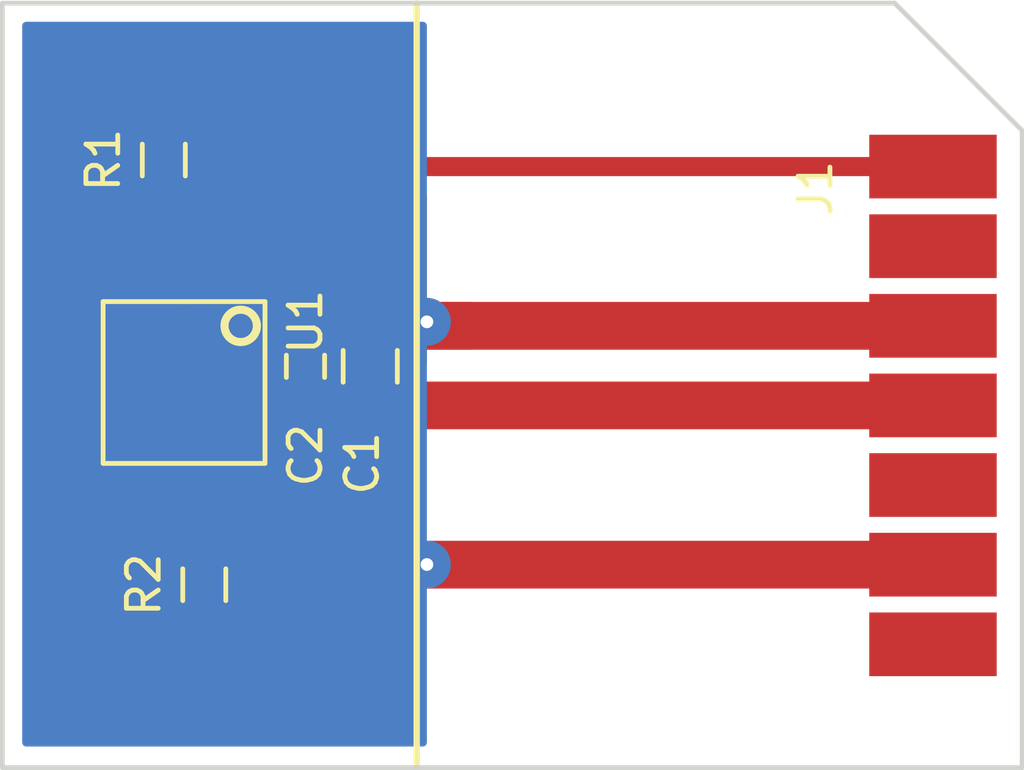
<source format=kicad_pcb>
(kicad_pcb (version 4) (host pcbnew 4.0.4+e1-6308~48~ubuntu16.04.1-stable)

  (general
    (links 15)
    (no_connects 3)
    (area 133.924999 93.424999 166.075001 117.575001)
    (thickness 1.6)
    (drawings 6)
    (tracks 39)
    (zones 0)
    (modules 6)
    (nets 9)
  )

  (page A4)
  (layers
    (0 F.Cu signal)
    (31 B.Cu signal)
    (32 B.Adhes user)
    (33 F.Adhes user)
    (34 B.Paste user)
    (35 F.Paste user)
    (36 B.SilkS user)
    (37 F.SilkS user)
    (38 B.Mask user)
    (39 F.Mask user)
    (40 Dwgs.User user)
    (41 Cmts.User user)
    (42 Eco1.User user)
    (43 Eco2.User user)
    (44 Edge.Cuts user)
    (45 Margin user)
    (46 B.CrtYd user)
    (47 F.CrtYd user)
    (48 B.Fab user)
    (49 F.Fab user)
  )

  (setup
    (last_trace_width 1.5)
    (user_trace_width 0.4)
    (user_trace_width 0.6)
    (user_trace_width 0.8)
    (user_trace_width 1)
    (user_trace_width 1.5)
    (trace_clearance 0.2)
    (zone_clearance 0.508)
    (zone_45_only no)
    (trace_min 0.2)
    (segment_width 0.2)
    (edge_width 0.15)
    (via_size 0.6)
    (via_drill 0.4)
    (via_min_size 0.4)
    (via_min_drill 0.3)
    (uvia_size 0.3)
    (uvia_drill 0.1)
    (uvias_allowed no)
    (uvia_min_size 0.2)
    (uvia_min_drill 0.1)
    (pcb_text_width 0.3)
    (pcb_text_size 1.5 1.5)
    (mod_edge_width 0.15)
    (mod_text_size 1 1)
    (mod_text_width 0.15)
    (pad_size 1.524 1.524)
    (pad_drill 0.762)
    (pad_to_mask_clearance 0.2)
    (aux_axis_origin 0 0)
    (visible_elements FFFFFF7F)
    (pcbplotparams
      (layerselection 0x00030_80000001)
      (usegerberextensions false)
      (excludeedgelayer true)
      (linewidth 0.100000)
      (plotframeref false)
      (viasonmask false)
      (mode 1)
      (useauxorigin false)
      (hpglpennumber 1)
      (hpglpenspeed 20)
      (hpglpendiameter 15)
      (hpglpenoverlay 2)
      (psnegative false)
      (psa4output false)
      (plotreference true)
      (plotvalue true)
      (plotinvisibletext false)
      (padsonsilk false)
      (subtractmaskfromsilk false)
      (outputformat 1)
      (mirror false)
      (drillshape 1)
      (scaleselection 1)
      (outputdirectory ""))
  )

  (net 0 "")
  (net 1 GND)
  (net 2 +3V3)
  (net 3 CS)
  (net 4 DI)
  (net 5 SCLK)
  (net 6 DO)
  (net 7 "Net-(R1-Pad1)")
  (net 8 "Net-(R2-Pad2)")

  (net_class Default "This is the default net class."
    (clearance 0.2)
    (trace_width 0.25)
    (via_dia 0.6)
    (via_drill 0.4)
    (uvia_dia 0.3)
    (uvia_drill 0.1)
    (add_net +3V3)
    (add_net CS)
    (add_net DI)
    (add_net DO)
    (add_net GND)
    (add_net "Net-(R1-Pad1)")
    (add_net "Net-(R2-Pad2)")
    (add_net SCLK)
  )

  (module SquantorPcbOutline:SD_CARD_connector locked (layer F.Cu) (tedit 57FB8582) (tstamp 57FB8117)
    (at 163.2 106.13)
    (path /57FB7E61)
    (fp_text reference J1 (at -3.688 -6.816 90) (layer F.SilkS)
      (effects (font (size 1 1) (thickness 0.15)))
    )
    (fp_text value SD_CARD_connector (at -3.942 1.82 270) (layer F.Fab)
      (effects (font (size 1 1) (thickness 0.15)))
    )
    (pad 1 smd rect (at 0 -7.5 90) (size 2 4) (layers F.Cu F.Paste F.Mask)
      (net 3 CS))
    (pad 2 smd rect (at 0 -5 90) (size 2 4) (layers F.Cu F.Paste F.Mask)
      (net 4 DI))
    (pad 3 smd rect (at 0 -2.5 90) (size 2 4) (layers F.Cu F.Paste F.Mask)
      (net 1 GND))
    (pad 4 smd rect (at 0 0 90) (size 2 4) (layers F.Cu F.Paste F.Mask)
      (net 2 +3V3))
    (pad 5 smd rect (at 0 2.5 90) (size 2 4) (layers F.Cu F.Paste F.Mask)
      (net 5 SCLK))
    (pad 6 smd rect (at 0 5 90) (size 2 4) (layers F.Cu F.Paste F.Mask)
      (net 1 GND))
    (pad 7 smd rect (at 0 7.5 90) (size 2 4) (layers F.Cu F.Paste F.Mask)
      (net 6 DO))
  )

  (module Capacitors_SMD:C_0805 (layer F.Cu) (tedit 57FB8546) (tstamp 57FB850F)
    (at 145.542 104.902 90)
    (descr "Capacitor SMD 0805, reflow soldering, AVX (see smccp.pdf)")
    (tags "capacitor 0805")
    (path /57FB81C5)
    (attr smd)
    (fp_text reference C1 (at -3.048 -0.254 90) (layer F.SilkS)
      (effects (font (size 1 1) (thickness 0.15)))
    )
    (fp_text value 1u (at 3.302 0 90) (layer F.Fab)
      (effects (font (size 1 1) (thickness 0.15)))
    )
    (fp_line (start -1 0.625) (end -1 -0.625) (layer F.Fab) (width 0.15))
    (fp_line (start 1 0.625) (end -1 0.625) (layer F.Fab) (width 0.15))
    (fp_line (start 1 -0.625) (end 1 0.625) (layer F.Fab) (width 0.15))
    (fp_line (start -1 -0.625) (end 1 -0.625) (layer F.Fab) (width 0.15))
    (fp_line (start -1.8 -1) (end 1.8 -1) (layer F.CrtYd) (width 0.05))
    (fp_line (start -1.8 1) (end 1.8 1) (layer F.CrtYd) (width 0.05))
    (fp_line (start -1.8 -1) (end -1.8 1) (layer F.CrtYd) (width 0.05))
    (fp_line (start 1.8 -1) (end 1.8 1) (layer F.CrtYd) (width 0.05))
    (fp_line (start 0.5 -0.85) (end -0.5 -0.85) (layer F.SilkS) (width 0.15))
    (fp_line (start -0.5 0.85) (end 0.5 0.85) (layer F.SilkS) (width 0.15))
    (pad 1 smd rect (at -1 0 90) (size 1 1.25) (layers F.Cu F.Paste F.Mask)
      (net 2 +3V3))
    (pad 2 smd rect (at 1 0 90) (size 1 1.25) (layers F.Cu F.Paste F.Mask)
      (net 1 GND))
    (model Capacitors_SMD.3dshapes/C_0805.wrl
      (at (xyz 0 0 0))
      (scale (xyz 1 1 1))
      (rotate (xyz 0 0 0))
    )
  )

  (module Capacitors_SMD:C_0603 (layer F.Cu) (tedit 57FB8543) (tstamp 57FB8514)
    (at 143.51 104.902 90)
    (descr "Capacitor SMD 0603, reflow soldering, AVX (see smccp.pdf)")
    (tags "capacitor 0603")
    (path /57FB8208)
    (attr smd)
    (fp_text reference C2 (at -2.794 0 90) (layer F.SilkS)
      (effects (font (size 1 1) (thickness 0.15)))
    )
    (fp_text value 100n (at 3.302 0 90) (layer F.Fab)
      (effects (font (size 1 1) (thickness 0.15)))
    )
    (fp_line (start -0.8 0.4) (end -0.8 -0.4) (layer F.Fab) (width 0.15))
    (fp_line (start 0.8 0.4) (end -0.8 0.4) (layer F.Fab) (width 0.15))
    (fp_line (start 0.8 -0.4) (end 0.8 0.4) (layer F.Fab) (width 0.15))
    (fp_line (start -0.8 -0.4) (end 0.8 -0.4) (layer F.Fab) (width 0.15))
    (fp_line (start -1.45 -0.75) (end 1.45 -0.75) (layer F.CrtYd) (width 0.05))
    (fp_line (start -1.45 0.75) (end 1.45 0.75) (layer F.CrtYd) (width 0.05))
    (fp_line (start -1.45 -0.75) (end -1.45 0.75) (layer F.CrtYd) (width 0.05))
    (fp_line (start 1.45 -0.75) (end 1.45 0.75) (layer F.CrtYd) (width 0.05))
    (fp_line (start -0.35 -0.6) (end 0.35 -0.6) (layer F.SilkS) (width 0.15))
    (fp_line (start 0.35 0.6) (end -0.35 0.6) (layer F.SilkS) (width 0.15))
    (pad 1 smd rect (at -0.75 0 90) (size 0.8 0.75) (layers F.Cu F.Paste F.Mask)
      (net 2 +3V3))
    (pad 2 smd rect (at 0.75 0 90) (size 0.8 0.75) (layers F.Cu F.Paste F.Mask)
      (net 1 GND))
    (model Capacitors_SMD.3dshapes/C_0603.wrl
      (at (xyz 0 0 0))
      (scale (xyz 1 1 1))
      (rotate (xyz 0 0 0))
    )
  )

  (module Resistors_SMD:R_0603 (layer F.Cu) (tedit 5415CC62) (tstamp 57FC0114)
    (at 139.065 98.425 90)
    (descr "Resistor SMD 0603, reflow soldering, Vishay (see dcrcw.pdf)")
    (tags "resistor 0603")
    (path /57FC007B)
    (attr smd)
    (fp_text reference R1 (at 0 -1.9 90) (layer F.SilkS)
      (effects (font (size 1 1) (thickness 0.15)))
    )
    (fp_text value 10K (at 0 1.9 90) (layer F.Fab)
      (effects (font (size 1 1) (thickness 0.15)))
    )
    (fp_line (start -1.3 -0.8) (end 1.3 -0.8) (layer F.CrtYd) (width 0.05))
    (fp_line (start -1.3 0.8) (end 1.3 0.8) (layer F.CrtYd) (width 0.05))
    (fp_line (start -1.3 -0.8) (end -1.3 0.8) (layer F.CrtYd) (width 0.05))
    (fp_line (start 1.3 -0.8) (end 1.3 0.8) (layer F.CrtYd) (width 0.05))
    (fp_line (start 0.5 0.675) (end -0.5 0.675) (layer F.SilkS) (width 0.15))
    (fp_line (start -0.5 -0.675) (end 0.5 -0.675) (layer F.SilkS) (width 0.15))
    (pad 1 smd rect (at -0.75 0 90) (size 0.5 0.9) (layers F.Cu F.Paste F.Mask)
      (net 7 "Net-(R1-Pad1)"))
    (pad 2 smd rect (at 0.75 0 90) (size 0.5 0.9) (layers F.Cu F.Paste F.Mask)
      (net 2 +3V3))
    (model Resistors_SMD.3dshapes/R_0603.wrl
      (at (xyz 0 0 0))
      (scale (xyz 1 1 1))
      (rotate (xyz 0 0 0))
    )
  )

  (module Resistors_SMD:R_0603 (layer F.Cu) (tedit 5415CC62) (tstamp 57FC011A)
    (at 140.335 111.76 90)
    (descr "Resistor SMD 0603, reflow soldering, Vishay (see dcrcw.pdf)")
    (tags "resistor 0603")
    (path /57FC027B)
    (attr smd)
    (fp_text reference R2 (at 0 -1.9 90) (layer F.SilkS)
      (effects (font (size 1 1) (thickness 0.15)))
    )
    (fp_text value 10k (at 0 1.9 90) (layer F.Fab)
      (effects (font (size 1 1) (thickness 0.15)))
    )
    (fp_line (start -1.3 -0.8) (end 1.3 -0.8) (layer F.CrtYd) (width 0.05))
    (fp_line (start -1.3 0.8) (end 1.3 0.8) (layer F.CrtYd) (width 0.05))
    (fp_line (start -1.3 -0.8) (end -1.3 0.8) (layer F.CrtYd) (width 0.05))
    (fp_line (start 1.3 -0.8) (end 1.3 0.8) (layer F.CrtYd) (width 0.05))
    (fp_line (start 0.5 0.675) (end -0.5 0.675) (layer F.SilkS) (width 0.15))
    (fp_line (start -0.5 -0.675) (end 0.5 -0.675) (layer F.SilkS) (width 0.15))
    (pad 1 smd rect (at -0.75 0 90) (size 0.5 0.9) (layers F.Cu F.Paste F.Mask)
      (net 2 +3V3))
    (pad 2 smd rect (at 0.75 0 90) (size 0.5 0.9) (layers F.Cu F.Paste F.Mask)
      (net 8 "Net-(R2-Pad2)"))
    (model Resistors_SMD.3dshapes/R_0603.wrl
      (at (xyz 0 0 0))
      (scale (xyz 1 1 1))
      (rotate (xyz 0 0 0))
    )
  )

  (module SquantorWinbond:W25Q32BVST (layer F.Cu) (tedit 57FC0052) (tstamp 57FC0134)
    (at 139.7 105.41 270)
    (path /57FBFDCA)
    (fp_text reference U1 (at -1.905 -3.81 270) (layer F.SilkS)
      (effects (font (size 1 1) (thickness 0.15)))
    )
    (fp_text value W25Q32BV (at 1.27 -1.27 540) (layer F.Fab)
      (effects (font (size 1 1) (thickness 0.15)))
    )
    (fp_circle (center -1.778 -1.778) (end -1.27 -1.778) (layer F.SilkS) (width 0.254))
    (fp_line (start 2.54 -1.905) (end 3.81 -1.905) (layer F.Fab) (width 0.42))
    (fp_line (start 2.54 -0.635) (end 3.81 -0.635) (layer F.Fab) (width 0.42))
    (fp_line (start 2.54 0.635) (end 3.81 0.635) (layer F.Fab) (width 0.42))
    (fp_line (start 2.54 1.905) (end 3.81 1.905) (layer F.Fab) (width 0.42))
    (fp_line (start -2.54 1.905) (end -3.81 1.905) (layer F.Fab) (width 0.42))
    (fp_line (start -2.54 0.635) (end -3.81 0.635) (layer F.Fab) (width 0.42))
    (fp_line (start -2.54 -0.635) (end -3.81 -0.635) (layer F.Fab) (width 0.42))
    (fp_line (start -2.54 -1.905) (end -3.81 -1.905) (layer F.Fab) (width 0.42))
    (fp_line (start -2.54 0) (end -2.54 -2.54) (layer F.SilkS) (width 0.15))
    (fp_line (start -2.54 -2.54) (end 2.54 -2.54) (layer F.SilkS) (width 0.15))
    (fp_line (start 2.54 -2.54) (end 2.54 2.54) (layer F.SilkS) (width 0.15))
    (fp_line (start 2.54 2.54) (end -2.54 2.54) (layer F.SilkS) (width 0.15))
    (fp_line (start -2.54 2.54) (end -2.54 0) (layer F.SilkS) (width 0.15))
    (pad 3 smd rect (at -3.81 0.635 270) (size 1.3 0.6) (layers F.Cu F.Paste F.Mask)
      (net 7 "Net-(R1-Pad1)"))
    (pad 2 smd rect (at -3.81 -0.635 270) (size 1.3 0.6) (layers F.Cu F.Paste F.Mask)
      (net 6 DO))
    (pad 1 smd rect (at -3.81 -1.905 270) (size 1.3 0.6) (layers F.Cu F.Paste F.Mask)
      (net 3 CS))
    (pad 4 smd rect (at -3.81 1.905 270) (size 1.3 0.6) (layers F.Cu F.Paste F.Mask)
      (net 1 GND))
    (pad 5 smd rect (at 3.81 1.905 270) (size 1.3 0.6) (layers F.Cu F.Paste F.Mask)
      (net 4 DI))
    (pad 6 smd rect (at 3.81 0.635 270) (size 1.3 0.6) (layers F.Cu F.Paste F.Mask)
      (net 5 SCLK))
    (pad 7 smd rect (at 3.81 -0.635 270) (size 1.3 0.6) (layers F.Cu F.Paste F.Mask)
      (net 8 "Net-(R2-Pad2)"))
    (pad 8 smd rect (at 3.81 -1.905 270) (size 1.3 0.6) (layers F.Cu F.Paste F.Mask)
      (net 2 +3V3))
  )

  (gr_line (start 147 93.5) (end 147 117.5) (angle 90) (layer F.SilkS) (width 0.2))
  (gr_line (start 134 93.5) (end 134 117.5) (angle 90) (layer Edge.Cuts) (width 0.15))
  (gr_line (start 162 93.5) (end 134 93.5) (angle 90) (layer Edge.Cuts) (width 0.15))
  (gr_line (start 166 97.5) (end 162 93.5) (angle 90) (layer Edge.Cuts) (width 0.15))
  (gr_line (start 166 117.5) (end 166 97.5) (angle 90) (layer Edge.Cuts) (width 0.15))
  (gr_line (start 134 117.5) (end 166 117.5) (angle 90) (layer Edge.Cuts) (width 0.15))

  (segment (start 163.2 111.13) (end 147.325 111.13) (width 1.5) (layer F.Cu) (net 1) (status 400000))
  (segment (start 147.445 103.63) (end 148.59 103.63) (width 1.5) (layer F.Cu) (net 1) (tstamp 57FC03A5))
  (segment (start 147.32 103.505) (end 147.445 103.63) (width 1.5) (layer F.Cu) (net 1) (tstamp 57FC03A4))
  (via (at 147.32 103.505) (size 0.6) (drill 0.4) (layers F.Cu B.Cu) (net 1))
  (segment (start 146.05 103.505) (end 147.32 103.505) (width 1.5) (layer B.Cu) (net 1) (tstamp 57FC039C))
  (segment (start 146.05 111.125) (end 146.05 103.505) (width 1.5) (layer B.Cu) (net 1) (tstamp 57FC0396))
  (segment (start 147.32 111.125) (end 146.05 111.125) (width 1.5) (layer B.Cu) (net 1) (tstamp 57FC0395))
  (via (at 147.32 111.125) (size 0.6) (drill 0.4) (layers F.Cu B.Cu) (net 1))
  (segment (start 147.325 111.13) (end 147.32 111.125) (width 1.5) (layer F.Cu) (net 1) (tstamp 57FC038A))
  (segment (start 145.542 103.902) (end 143.76 103.902) (width 0.6) (layer F.Cu) (net 1))
  (segment (start 143.76 103.902) (end 143.51 104.152) (width 0.6) (layer F.Cu) (net 1) (tstamp 57FB8683))
  (segment (start 163.2 103.63) (end 148.59 103.63) (width 1.5) (layer F.Cu) (net 1) (status 10))
  (segment (start 148.59 103.63) (end 146.814 103.63) (width 1.5) (layer F.Cu) (net 1) (tstamp 57FC0383) (status 10))
  (segment (start 146.542 103.902) (end 145.542 103.902) (width 0.6) (layer F.Cu) (net 1) (tstamp 57FB863E))
  (segment (start 146.814 103.63) (end 146.542 103.902) (width 0.6) (layer F.Cu) (net 1) (tstamp 57FB863A))
  (segment (start 140.335 113.03) (end 136.525 113.03) (width 0.6) (layer F.Cu) (net 2))
  (segment (start 138.545 97.155) (end 139.065 97.675) (width 0.6) (layer F.Cu) (net 2) (tstamp 57FC0294) (status 800000))
  (segment (start 136.525 97.155) (end 138.545 97.155) (width 0.6) (layer F.Cu) (net 2) (tstamp 57FC0293))
  (segment (start 135.89 97.79) (end 136.525 97.155) (width 0.6) (layer F.Cu) (net 2) (tstamp 57FC0292))
  (segment (start 135.89 112.395) (end 135.89 97.79) (width 0.6) (layer F.Cu) (net 2) (tstamp 57FC0291))
  (segment (start 136.525 113.03) (end 135.89 112.395) (width 0.6) (layer F.Cu) (net 2) (tstamp 57FC0290))
  (segment (start 140.335 112.51) (end 140.335 113.03) (width 0.6) (layer F.Cu) (net 2) (status 400010))
  (segment (start 141.605 112.395) (end 140.97 113.03) (width 0.6) (layer F.Cu) (net 2) (tstamp 57FC0235))
  (segment (start 140.97 113.03) (end 140.335 113.03) (width 0.6) (layer F.Cu) (net 2) (tstamp 57FC0236))
  (segment (start 141.605 112.395) (end 141.605 109.22) (width 0.6) (layer F.Cu) (net 2) (status 800000))
  (segment (start 143.51 105.652) (end 143.117 106.045) (width 0.6) (layer F.Cu) (net 2))
  (segment (start 141.605 106.68) (end 141.605 109.22) (width 0.6) (layer F.Cu) (net 2) (tstamp 57FC0226))
  (segment (start 142.24 106.045) (end 141.605 106.68) (width 0.6) (layer F.Cu) (net 2) (tstamp 57FC0225))
  (segment (start 143.117 106.045) (end 142.24 106.045) (width 0.6) (layer F.Cu) (net 2) (tstamp 57FC0224))
  (segment (start 145.542 105.902) (end 143.76 105.902) (width 0.6) (layer F.Cu) (net 2))
  (segment (start 143.76 105.902) (end 143.51 105.652) (width 0.6) (layer F.Cu) (net 2) (tstamp 57FB867F))
  (segment (start 163.2 106.13) (end 146.854 106.13) (width 1.5) (layer F.Cu) (net 2) (status 10))
  (segment (start 146.626 105.902) (end 145.542 105.902) (width 0.6) (layer F.Cu) (net 2) (tstamp 57FB8668))
  (segment (start 146.854 106.13) (end 146.626 105.902) (width 0.6) (layer F.Cu) (net 2) (tstamp 57FB865A))
  (segment (start 163.2 98.63) (end 142.035 98.63) (width 0.6) (layer F.Cu) (net 3) (status 400000))
  (segment (start 141.605 99.06) (end 141.605 101.6) (width 0.6) (layer F.Cu) (net 3) (tstamp 57FC029A) (status 800000))
  (segment (start 142.035 98.63) (end 141.605 99.06) (width 0.6) (layer F.Cu) (net 3) (tstamp 57FC0299))
  (segment (start 139.065 101.6) (end 139.065 99.175) (width 0.6) (layer F.Cu) (net 7) (status C00000))
  (segment (start 140.335 111.01) (end 140.335 109.22) (width 0.6) (layer F.Cu) (net 8) (status 10))

  (zone (net 1) (net_name GND) (layer F.Cu) (tstamp 57FB8422) (hatch edge 0.508)
    (connect_pads (clearance 0.508))
    (min_thickness 0.254)
    (fill yes (arc_segments 16) (thermal_gap 0.508) (thermal_bridge_width 0.508))
    (polygon
      (pts
        (xy 147.32 116.84) (xy 134.62 116.84) (xy 134.62 93.98) (xy 147.32 93.98)
      )
    )
    (filled_polygon
      (pts
        (xy 138.011838 98.160317) (xy 138.15091 98.376441) (xy 138.220711 98.424134) (xy 138.163559 98.46091) (xy 138.018569 98.67311)
        (xy 137.96756 98.925) (xy 137.96756 99.425) (xy 138.011838 99.660317) (xy 138.13 99.843946) (xy 138.13 100.315)
        (xy 138.08075 100.315) (xy 137.922 100.47375) (xy 137.922 101.473) (xy 137.942 101.473) (xy 137.942 101.727)
        (xy 137.922 101.727) (xy 137.922 102.72625) (xy 138.08075 102.885) (xy 138.22131 102.885) (xy 138.438122 102.795194)
        (xy 138.51311 102.846431) (xy 138.765 102.89744) (xy 139.365 102.89744) (xy 139.600317 102.853162) (xy 139.699528 102.789322)
        (xy 139.78311 102.846431) (xy 140.035 102.89744) (xy 140.635 102.89744) (xy 140.870317 102.853162) (xy 140.969528 102.789322)
        (xy 141.05311 102.846431) (xy 141.305 102.89744) (xy 141.905 102.89744) (xy 142.140317 102.853162) (xy 142.356441 102.71409)
        (xy 142.501431 102.50189) (xy 142.55244 102.25) (xy 142.55244 100.95) (xy 142.54 100.883887) (xy 142.54 99.565)
        (xy 147.193 99.565) (xy 147.193 104.745) (xy 146.854 104.745) (xy 146.689255 104.77777) (xy 146.705327 104.761698)
        (xy 146.802 104.528309) (xy 146.802 104.18775) (xy 146.64325 104.029) (xy 145.669 104.029) (xy 145.669 104.049)
        (xy 145.415 104.049) (xy 145.415 104.029) (xy 145.395 104.029) (xy 145.395 103.775) (xy 145.415 103.775)
        (xy 145.415 102.92575) (xy 145.669 102.92575) (xy 145.669 103.775) (xy 146.64325 103.775) (xy 146.802 103.61625)
        (xy 146.802 103.275691) (xy 146.705327 103.042302) (xy 146.526699 102.863673) (xy 146.29331 102.767) (xy 145.82775 102.767)
        (xy 145.669 102.92575) (xy 145.415 102.92575) (xy 145.25625 102.767) (xy 144.79069 102.767) (xy 144.557301 102.863673)
        (xy 144.378673 103.042302) (xy 144.289239 103.258214) (xy 144.244699 103.213673) (xy 144.01131 103.117) (xy 143.79575 103.117)
        (xy 143.637 103.27575) (xy 143.637 104.025) (xy 143.657 104.025) (xy 143.657 104.279) (xy 143.637 104.279)
        (xy 143.637 104.299) (xy 143.383 104.299) (xy 143.383 104.279) (xy 142.65875 104.279) (xy 142.5 104.43775)
        (xy 142.5 104.678309) (xy 142.596673 104.911698) (xy 142.598043 104.913068) (xy 142.538569 105.00011) (xy 142.516316 105.11)
        (xy 142.24 105.11) (xy 141.882191 105.181173) (xy 141.578855 105.383855) (xy 140.943855 106.018855) (xy 140.741173 106.322191)
        (xy 140.67 106.68) (xy 140.67 107.929648) (xy 140.635 107.92256) (xy 140.035 107.92256) (xy 139.799683 107.966838)
        (xy 139.700472 108.030678) (xy 139.61689 107.973569) (xy 139.365 107.92256) (xy 138.765 107.92256) (xy 138.529683 107.966838)
        (xy 138.430472 108.030678) (xy 138.34689 107.973569) (xy 138.095 107.92256) (xy 137.495 107.92256) (xy 137.259683 107.966838)
        (xy 137.043559 108.10591) (xy 136.898569 108.31811) (xy 136.84756 108.57) (xy 136.84756 109.87) (xy 136.891838 110.105317)
        (xy 137.03091 110.321441) (xy 137.24311 110.466431) (xy 137.495 110.51744) (xy 138.095 110.51744) (xy 138.330317 110.473162)
        (xy 138.429528 110.409322) (xy 138.51311 110.466431) (xy 138.765 110.51744) (xy 139.28668 110.51744) (xy 139.23756 110.76)
        (xy 139.23756 111.26) (xy 139.281838 111.495317) (xy 139.42091 111.711441) (xy 139.490711 111.759134) (xy 139.433559 111.79591)
        (xy 139.288569 112.00811) (xy 139.270973 112.095) (xy 136.91229 112.095) (xy 136.825 112.00771) (xy 136.825 103.625691)
        (xy 142.5 103.625691) (xy 142.5 103.86625) (xy 142.65875 104.025) (xy 143.383 104.025) (xy 143.383 103.27575)
        (xy 143.22425 103.117) (xy 143.00869 103.117) (xy 142.775301 103.213673) (xy 142.596673 103.392302) (xy 142.5 103.625691)
        (xy 136.825 103.625691) (xy 136.825 101.88575) (xy 136.86 101.88575) (xy 136.86 102.376309) (xy 136.956673 102.609698)
        (xy 137.135301 102.788327) (xy 137.36869 102.885) (xy 137.50925 102.885) (xy 137.668 102.72625) (xy 137.668 101.727)
        (xy 137.01875 101.727) (xy 136.86 101.88575) (xy 136.825 101.88575) (xy 136.825 100.823691) (xy 136.86 100.823691)
        (xy 136.86 101.31425) (xy 137.01875 101.473) (xy 137.668 101.473) (xy 137.668 100.47375) (xy 137.50925 100.315)
        (xy 137.36869 100.315) (xy 137.135301 100.411673) (xy 136.956673 100.590302) (xy 136.86 100.823691) (xy 136.825 100.823691)
        (xy 136.825 98.17729) (xy 136.91229 98.09) (xy 137.998607 98.09)
      )
    )
  )
  (zone (net 1) (net_name GND) (layer B.Cu) (tstamp 57FC02AF) (hatch edge 0.508)
    (connect_pads (clearance 0.508))
    (min_thickness 0.254)
    (fill yes (arc_segments 16) (thermal_gap 0.508) (thermal_bridge_width 0.508))
    (polygon
      (pts
        (xy 134.62 93.98) (xy 147.32 93.98) (xy 147.32 116.84) (xy 134.62 116.84)
      )
    )
    (filled_polygon
      (pts
        (xy 147.193 116.713) (xy 134.747 116.713) (xy 134.747 94.21) (xy 147.193 94.21)
      )
    )
  )
)

</source>
